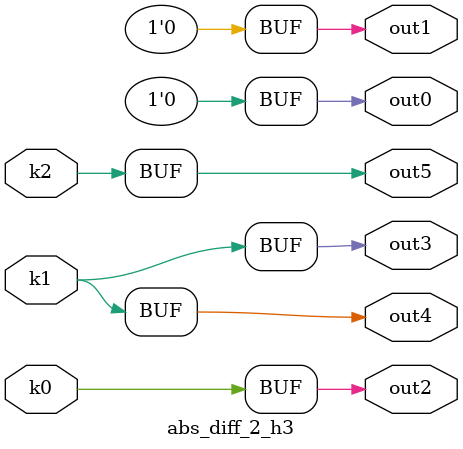
<source format=v>
module abs_diff_2(pi0, pi1, pi2, pi3, pi4, pi5, pi6, po0, po1, po2, po3, po4, po5);
input pi0, pi1, pi2, pi3, pi4, pi5, pi6;
output po0, po1, po2, po3, po4, po5;
wire k0, k1, k2;
abs_diff_2_w3 DUT1 (pi0, pi1, pi2, pi3, pi4, pi5, pi6, k0, k1, k2);
abs_diff_2_h3 DUT2 (k0, k1, k2, po0, po1, po2, po3, po4, po5);
endmodule

module abs_diff_2_w3(in6, in5, in4, in3, in2, in1, in0, k2, k1, k0);
input in6, in5, in4, in3, in2, in1, in0;
output k2, k1, k0;
assign k0 =   (~in0 | (((~in5 & in2) | (in4 ? (in1 | (~in6 & in3)) : ~in1)) & (in5 | ~in2 | (in4 ^ in1)) & (~in5 | in2 | ~in4 | in1))) & (in0 | ((~in6 | in3 | (in4 & ~in1)) & (~in5 | in2 | (in4 ^ in1)) & ((in5 & ~in2) | (in4 ? (in1 | (in6 & ~in3)) : ~in1)) & (in6 | ~in3 | ~in1) & (in5 | ~in2 | ~in4 | in1))) & (in6 | ~in3 | (in5 & ~in2) | (in4 & ~in1)) & (in4 | ~in1 | ~in6 | in3);
assign k1 =   ((~in6 ^ in3) & (~in5 ^ in2)) | ((in4 | ~in1) & ((in5 & ((~in6 & ~in2 & in3) | (in2 & ~in3))) | (in6 & ~in2 & ~in3))) | (in4 & ~in1 & (in6 ^ in3));
assign k2 =   in3 ^ ~in6;
endmodule

module abs_diff_2_h3(k2, k1, k0, out5, out4, out3, out2, out1, out0);
input k2, k1, k0;
output out5, out4, out3, out2, out1, out0;
assign out0 = 0;
assign out1 = 0;
assign out2 = k0;
assign out3 = k1;
assign out4 = k1;
assign out5 = k2;
endmodule

</source>
